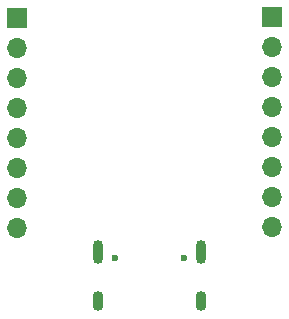
<source format=gbs>
%TF.GenerationSoftware,KiCad,Pcbnew,(6.0.7)*%
%TF.CreationDate,2022-08-05T17:10:29+02:00*%
%TF.ProjectId,C3_mini,43335f6d-696e-4692-9e6b-696361645f70,rev?*%
%TF.SameCoordinates,Original*%
%TF.FileFunction,Soldermask,Bot*%
%TF.FilePolarity,Negative*%
%FSLAX46Y46*%
G04 Gerber Fmt 4.6, Leading zero omitted, Abs format (unit mm)*
G04 Created by KiCad (PCBNEW (6.0.7)) date 2022-08-05 17:10:29*
%MOMM*%
%LPD*%
G01*
G04 APERTURE LIST*
%ADD10R,1.700000X1.700000*%
%ADD11O,1.700000X1.700000*%
%ADD12C,0.600000*%
%ADD13O,0.900000X2.000000*%
%ADD14O,0.900000X1.700000*%
G04 APERTURE END LIST*
D10*
%TO.C,J2*%
X31575000Y-35350000D03*
D11*
X31575000Y-37890000D03*
X31575000Y-40430000D03*
X31575000Y-42970000D03*
X31575000Y-45510000D03*
X31575000Y-48050000D03*
X31575000Y-50590000D03*
X31575000Y-53130000D03*
%TD*%
D10*
%TO.C,J3*%
X53200000Y-35325000D03*
D11*
X53200000Y-37865000D03*
X53200000Y-40405000D03*
X53200000Y-42945000D03*
X53200000Y-45485000D03*
X53200000Y-48025000D03*
X53200000Y-50565000D03*
X53200000Y-53105000D03*
%TD*%
D12*
%TO.C,J1*%
X39910000Y-55675000D03*
X45690000Y-55675000D03*
D13*
X38480000Y-55195000D03*
X47120000Y-55195000D03*
D14*
X47120000Y-59365000D03*
X38480000Y-59365000D03*
%TD*%
M02*

</source>
